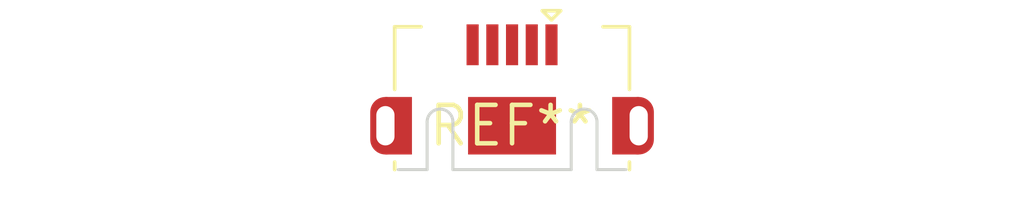
<source format=kicad_pcb>
(kicad_pcb (version 20240108) (generator pcbnew)
  (layers (0 "F.Cu" signal) (31 "B.Cu" signal) (34 "B.Paste" user) (35 "F.Paste" user) (36 "B.SilkS" user "B.Silkscreen") (37 "F.SilkS" user "F.Silkscreen") (38 "B.Mask" user) (39 "F.Mask" user) (44 "Edge.Cuts" user))
  (net 0 "")
  (footprint "USB_Micro-AB_Molex_47590-0001" (layer "F.Cu") (at 0 0)
    (property "Reference" "REF**")
    (property "Value" "USB_Micro-AB_Molex_47590-0001")
    (fp_line (start -3.87 -3.27) (end -3.87 -1.2) (layer "F.SilkS") (stroke (width 0.12)))
    (fp_line (start -3.87 -3.27) (end -3 -3.27) (layer "F.SilkS") (stroke (width 0.12)))
    (fp_line (start -3.87 1.2) (end -3.87 1.45) (layer "F.SilkS") (stroke (width 0.12)))
    (fp_line (start 1 -3.8) (end 1.6 -3.8) (layer "F.SilkS") (stroke (width 0.12)))
    (fp_line (start 1.3 -3.5) (end 1 -3.8) (layer "F.SilkS") (stroke (width 0.12)))
    (fp_line (start 1.3 -3.5) (end 1.6 -3.8) (layer "F.SilkS") (stroke (width 0.12)))
    (fp_line (start 3 -3.27) (end 3.87 -3.27) (layer "F.SilkS") (stroke (width 0.12)))
    (fp_line (start 3.87 -3.27) (end 3.87 -1.2) (layer "F.SilkS") (stroke (width 0.12)))
    (fp_line (start 3.87 1.2) (end 3.87 1.45) (layer "F.SilkS") (stroke (width 0.12)))
    (fp_line (start -3.75 1.45) (end -2.8 1.45) (layer "Edge.Cuts") (stroke (width 0.1)))
    (fp_line (start -2.8 -0.125) (end -2.8 1.45) (layer "Edge.Cuts") (stroke (width 0.1)))
    (fp_line (start -1.95 -0.125) (end -1.95 1.45) (layer "Edge.Cuts") (stroke (width 0.1)))
    (fp_line (start -1.95 1.45) (end 1.95 1.45) (layer "Edge.Cuts") (stroke (width 0.1)))
    (fp_line (start 1.95 -0.125) (end 1.95 1.45) (layer "Edge.Cuts") (stroke (width 0.1)))
    (fp_line (start 2.8 -0.125) (end 2.8 1.45) (layer "Edge.Cuts") (stroke (width 0.1)))
    (fp_line (start 2.8 1.45) (end 3.75 1.45) (layer "Edge.Cuts") (stroke (width 0.1)))
    (fp_arc (start -2.8 -0.125) (mid -2.375 -0.55) (end -1.95 -0.125) (layer "Edge.Cuts") (stroke (width 0.1)))
    (fp_arc (start 1.95 -0.125) (mid 2.375 -0.55) (end 2.8 -0.125) (layer "Edge.Cuts") (stroke (width 0.1)))
    (pad "1" smd rect (at 1.3 -2.675) (size 0.4 1.35) (layers "F.Cu" "F.Paste" "F.Mask"))
    (pad "2" smd rect (at 0.65 -2.675) (size 0.4 1.35) (layers "F.Cu" "F.Paste" "F.Mask"))
    (pad "3" smd rect (at 0 -2.675) (size 0.4 1.35) (layers "F.Cu" "F.Paste" "F.Mask"))
    (pad "4" smd rect (at -0.65 -2.675) (size 0.4 1.35) (layers "F.Cu" "F.Paste" "F.Mask"))
    (pad "5" smd rect (at -1.3 -2.675) (size 0.4 1.35) (layers "F.Cu" "F.Paste" "F.Mask"))
    (pad "6" thru_hole oval (at -4.175 0) (size 1 1.9) (drill oval 0.6 1.3) (layers *.Cu *.Mask) (remove_unused_layers))
    (pad "6" smd rect (at -3.7375 0) (size 0.875 1.9) (layers "F.Cu" "F.Mask"))
    (pad "6" thru_hole oval (at -2.225 -3) (size 1.05 1.25) (drill oval 0.65 0.85) (layers *.Cu *.Mask) (remove_unused_layers))
    (pad "6" smd rect (at 0 0) (size 2.9 1.9) (layers "F.Cu" "F.Paste" "F.Mask"))
    (pad "6" thru_hole oval (at 2.225 -3) (size 1.05 1.25) (drill oval 0.65 0.85) (layers *.Cu *.Mask) (remove_unused_layers))
    (pad "6" smd rect (at 3.7375 0) (size 0.875 1.9) (layers "F.Cu" "F.Mask"))
    (pad "6" thru_hole oval (at 4.175 0) (size 1 1.9) (drill oval 0.6 1.3) (layers *.Cu *.Mask) (remove_unused_layers))
  )
)
</source>
